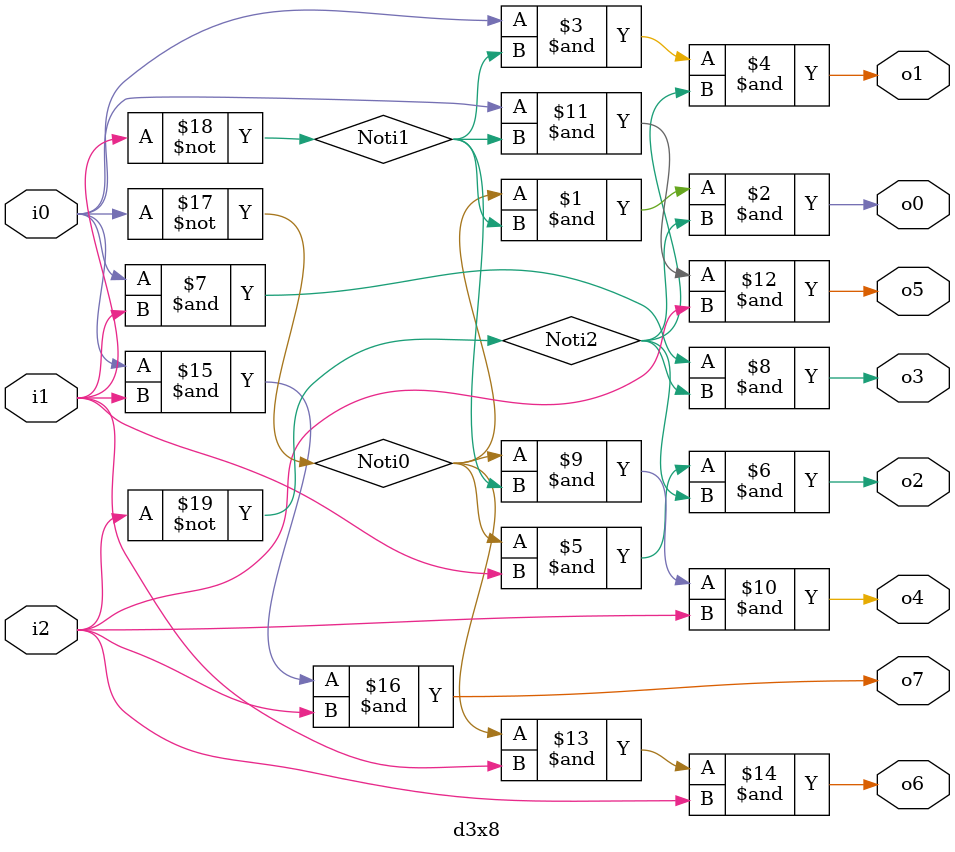
<source format=v>

module d3x8 (i0,i1,i2,o0,o1,o2,o3,o4,o5,o6,o7);

output o0,o1,o2,o3,o4,o5,o6,o7;
input i0,i1,i2;

wire Noti0,Noti1, Noti2;

not(Noti0, i0);
not(Noti1, i1);//make my not wires
not(Noti2, i2);



and(o0,Noti0,Noti1,Noti2);
and(o1,i0,Noti1,Noti2);
and(o2,Noti0,i1,Noti2);
and(o3,i0,i1,Noti2);
and(o4,Noti0,Noti1,i2);
and(o5,i0,Noti1,i2);
and(o6,Noti0,i1,i2);
and(o7,i0,i1,i2);


endmodule

</source>
